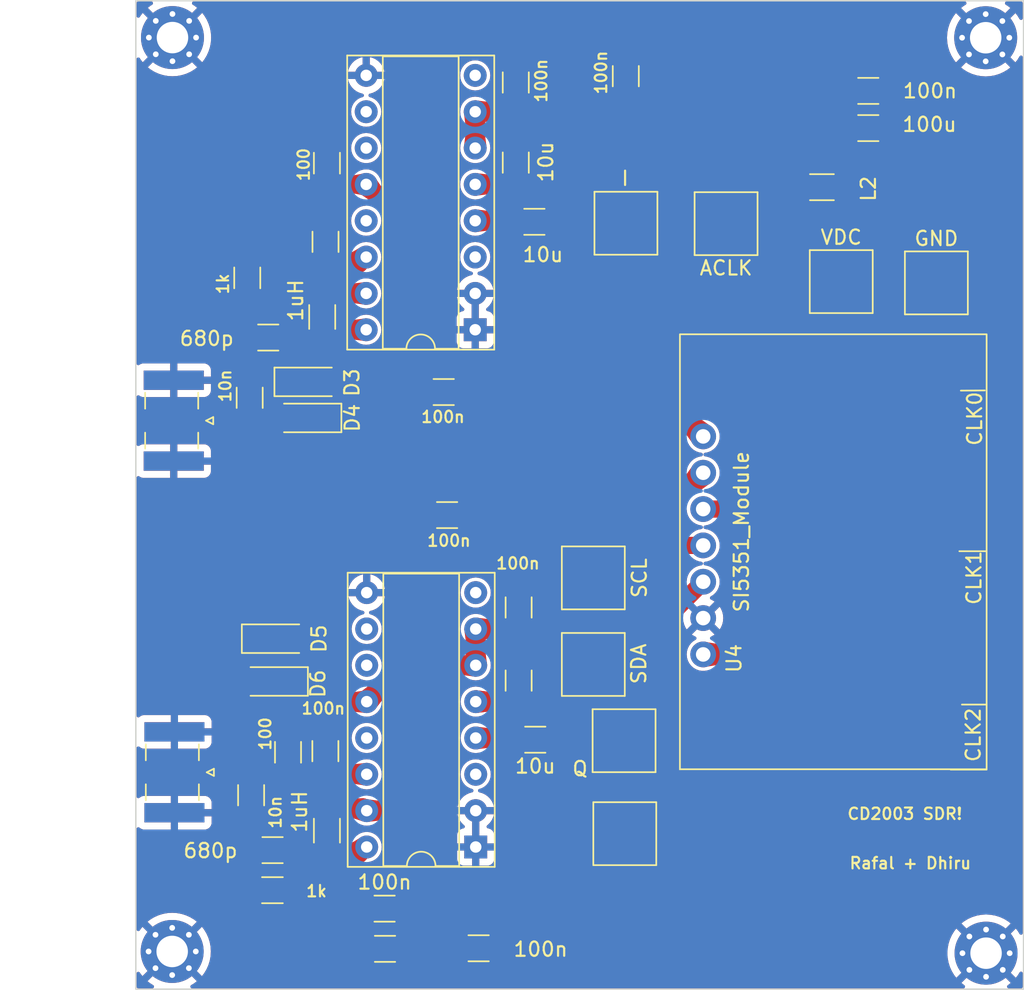
<source format=kicad_pcb>
(kicad_pcb (version 20221018) (generator pcbnew)
  (layers (0 "F.Cu" signal) (31 "B.Cu" signal) (34 "B.Paste" user) (35 "F.Paste" user) (36 "B.SilkS" user "B.Silkscreen") (37 "F.SilkS" user "F.Silkscreen") (38 "B.Mask" user) (39 "F.Mask" user) (44 "Edge.Cuts" user))
  (net 0 "")
  (net 1 "+5V")
  (net 2 "Net-(U1-FM{slash}AM_SW)")
  (net 3 "Net-(U1-AM_RF_IN)")
  (net 7 "GND")
  (net 9 "Net-(U1-AM_OSC)")
  (net 11 "Net-(C11-Pad1)")
  (net 12 "Net-(U2-AM_OSC)")
  (net 13 "Net-(U2-FM{slash}AM_SW)")
  (net 14 "5VCLEAN")
  (net 15 "Net-(U2-AM_RF_IN)")
  (net 16 "Net-(C13-Pad1)")
  (net 17 "Net-(U1-AGC)")
  (net 18 "Net-(U2-AGC)")
  (net 24 "CLK+90")
  (net 25 "I")
  (net 26 "Q")
  (net 27 "CLK")
  (net 28 "Net-(U1-AM_MIX)")
  (net 29 "Net-(U2-AM_MIX)")
  (net 30 "SDA")
  (net 31 "SCL")
  (net 32 "ACLK")
  (net 33 "Net-(D5-K)")
  (net 34 "Net-(D3-K)")
  (footprint "Diode_SMD:D_SOD-123" (layer "F.Cu") (at 54.8125 63.14)
    (fp_text reference "D5" (at 3.0375 0 90) (layer "F.SilkS"))
    (fp_text value "1N4148" hide)
    (pad "1" smd roundrect (at -1.65 0) (size 0.9 1.2) (layers "F.Cu" "F.Paste" "F.Mask") (net 33 "Net-(D5-K)"))
    (pad "2" smd roundrect (at 1.65 0) (size 0.9 1.2) (layers "F.Cu" "F.Paste" "F.Mask") (net 7 "GND"))
  )
  (footprint "Resistor_SMD:R_1206_3216Metric_Pad1.30x1.75mm_HandSolder" (layer "F.Cu") (at 54.59 80.72)
    (fp_text reference "R2" hide)
    (fp_text value "1k" (at 3.08 0.07) (layer "F.SilkS") (effects (font (size 0.8 0.8))))
    (pad "1" smd roundrect (at -1.55 0) (size 1.3 1.75) (layers "F.Cu" "F.Paste" "F.Mask") (roundrect_rratio 0.1923076923) (net 16 "Net-(C13-Pad1)"))
    (pad "2" smd roundrect (at 1.55 0) (size 1.3 1.75) (layers "F.Cu" "F.Paste" "F.Mask") (roundrect_rratio 0.1923076923) (net 7 "GND"))
  )
  (footprint "TestPoint:TestPoint_Pad_4.0x4.0mm" (layer "F.Cu") (at 77.02 58.89)
    (fp_text reference "SCL1" hide)
    (fp_text value "SCL" (at 3.22 0.01 90) (layer "F.SilkS"))
    (pad "1" smd rect (at 0 0) (size 4 4) (layers "F.Cu" "F.Mask") (net 31 "SCL"))
  )
  (footprint "Capacitor_SMD:C_1206_3216Metric_Pad1.33x1.80mm_HandSolder" (layer "F.Cu") (at 79.29 23.82 -90)
    (fp_text reference "C8" hide)
    (fp_text value "100n" (at -0.2525 1.73 90) (layer "F.SilkS") (effects (font (size 0.8 0.8))))
    (pad "1" smd roundrect (at -1.5625 0 270) (size 1.325 1.8) (layers "F.Cu" "F.Paste" "F.Mask") (roundrect_rratio 0.1886792453) (net 14 "5VCLEAN"))
    (pad "2" smd roundrect (at 1.5625 0 270) (size 1.325 1.8) (layers "F.Cu" "F.Paste" "F.Mask") (roundrect_rratio 0.1886792453) (net 7 "GND"))
  )
  (footprint "Capacitor_SMD:C_1206_3216Metric_Pad1.33x1.80mm_HandSolder" (layer "F.Cu") (at 58.3 35.4 -90)
    (fp_text reference "C10" hide)
    (fp_text value "100n" hide)
    (pad "1" smd roundrect (at -1.5625 0 270) (size 1.325 1.8) (layers "F.Cu" "F.Paste" "F.Mask") (roundrect_rratio 0.1886792453) (net 7 "GND"))
    (pad "2" smd roundrect (at 1.5625 0 270) (size 1.325 1.8) (layers "F.Cu" "F.Paste" "F.Mask") (roundrect_rratio 0.1886792453) (net 2 "Net-(U1-FM{slash}AM_SW)"))
  )
  (footprint "Connector_Coaxial:SMA_Samtec_SMA-J-P-X-ST-EM1_EdgeMount" (layer "F.Cu") (at 47.74 72.48 -90)
    (fp_text reference "J3" hide)
    (fp_text value "ANTENNA" hide)
    (pad "1" smd rect (at 0 0.2 270) (size 1.27 3.6) (layers "F.Cu" "F.Paste" "F.Mask") (net 33 "Net-(D5-K)"))
    (pad "2" smd rect (at -2.825 0 270) (size 1.35 4.2) (layers "F.Cu" "F.Paste" "F.Mask") (net 7 "GND"))
    (pad "2" smd rect (at -2.825 0 270) (size 1.35 4.2) (layers "B.Cu" "B.Paste" "B.Mask") (net 7 "GND"))
    (pad "2" smd rect (at 2.825 0 270) (size 1.35 4.2) (layers "F.Cu" "F.Paste" "F.Mask") (net 7 "GND"))
    (pad "2" smd rect (at 2.825 0 270) (size 1.35 4.2) (layers "B.Cu" "B.Paste" "B.Mask") (net 7 "GND"))
  )
  (footprint "Inductor_SMD:L_1206_3216Metric_Pad1.22x1.90mm_HandSolder" (layer "F.Cu") (at 58.07 40.6525 90)
    (fp_text reference "L1" hide)
    (fp_text value "1uH" (at 1.1625 -1.85 270) (layer "F.SilkS"))
    (pad "1" smd roundrect (at -1.6625 0 90) (size 1.225 1.9) (layers "F.Cu" "F.Paste" "F.Mask") (roundrect_rratio 0.2040816327) (net 3 "Net-(U1-AM_RF_IN)"))
    (pad "2" smd roundrect (at 1.6625 0 90) (size 1.225 1.9) (layers "F.Cu" "F.Paste" "F.Mask") (roundrect_rratio 0.2040816327) (net 14 "5VCLEAN"))
  )
  (footprint "Capacitor_SMD:C_1206_3216Metric_Pad1.33x1.80mm_HandSolder" (layer "F.Cu") (at 54.2975 42.09)
    (fp_text reference "C11" hide)
    (fp_text value "680p" (at -4.2975 0.07) (layer "F.SilkS"))
    (pad "1" smd roundrect (at -1.5625 0) (size 1.325 1.8) (layers "F.Cu" "F.Paste" "F.Mask") (roundrect_rratio 0.1886792453) (net 11 "Net-(C11-Pad1)"))
    (pad "2" smd roundrect (at 1.5625 0) (size 1.325 1.8) (layers "F.Cu" "F.Paste" "F.Mask") (roundrect_rratio 0.1886792453) (net 3 "Net-(U1-AM_RF_IN)"))
  )
  (footprint "Inductor_SMD:L_1206_3216Metric_Pad1.22x1.90mm_HandSolder" (layer "F.Cu") (at 58.4 76.5575 90)
    (fp_text reference "L3" hide)
    (fp_text value "1uH" (at 1.3275 -1.91 90) (layer "F.SilkS"))
    (pad "1" smd roundrect (at -1.6625 0 90) (size 1.225 1.9) (layers "F.Cu" "F.Paste" "F.Mask") (roundrect_rratio 0.2040816327) (net 15 "Net-(U2-AM_RF_IN)"))
    (pad "2" smd roundrect (at 1.6625 0 90) (size 1.225 1.9) (layers "F.Cu" "F.Paste" "F.Mask") (roundrect_rratio 0.2040816327) (net 14 "5VCLEAN"))
  )
  (footprint "Resistor_SMD:R_1206_3216Metric_Pad1.30x1.75mm_HandSolder" (layer "F.Cu") (at 58.4 29.9 90)
    (fp_text reference "R14" hide)
    (fp_text value "100" (at -0.1 -1.625 90) (layer "F.SilkS") (effects (font (size 0.8 0.8))))
    (pad "1" smd roundrect (at -1.55 0 90) (size 1.3 1.75) (layers "F.Cu" "F.Paste" "F.Mask") (roundrect_rratio 0.1923076923) (net 9 "Net-(U1-AM_OSC)"))
    (pad "2" smd roundrect (at 1.55 0 90) (size 1.3 1.75) (layers "F.Cu" "F.Paste" "F.Mask") (roundrect_rratio 0.1923076923) (net 14 "5VCLEAN"))
  )
  (footprint "Capacitor_SMD:C_1206_3216Metric_Pad1.33x1.80mm_HandSolder" (layer "F.Cu") (at 71.6 24.2625 90)
    (fp_text reference "C9" hide)
    (fp_text value "100n" (at 0.1225 1.78 90) (layer "F.SilkS") (effects (font (size 0.8 0.8))))
    (pad "1" smd roundrect (at -1.5625 0 90) (size 1.325 1.8) (layers "F.Cu" "F.Paste" "F.Mask") (roundrect_rratio 0.1886792453) (net 14 "5VCLEAN"))
    (pad "2" smd roundrect (at 1.5625 0 90) (size 1.325 1.8) (layers "F.Cu" "F.Paste" "F.Mask") (roundrect_rratio 0.1886792453) (net 7 "GND"))
  )
  (footprint "MountingHole:MountingHole_2.2mm_M2_Pad_Via" (layer "F.Cu") (at 104.473274 85.123274 180)
    (fp_text reference "H2" hide)
    (fp_text value "MountingHole_Pad" hide)
    (pad "1" thru_hole circle (at -1.65 0 180) (size 0.7 0.7) (drill 0.4) (layers "*.Cu" "*.Mask") (net 7 "GND"))
    (pad "1" thru_hole circle (at -1.166726 -1.166726 180) (size 0.7 0.7) (drill 0.4) (layers "*.Cu" "*.Mask") (net 7 "GND"))
    (pad "1" thru_hole circle (at -1.166726 1.166726 180) (size 0.7 0.7) (drill 0.4) (layers "*.Cu" "*.Mask") (net 7 "GND"))
    (pad "1" thru_hole circle (at 0 -1.65 180) (size 0.7 0.7) (drill 0.4) (layers "*.Cu" "*.Mask") (net 7 "GND"))
    (pad "1" thru_hole circle (at 0 0 180) (size 4.4 4.4) (drill 2.2) (layers "*.Cu" "*.Mask") (net 7 "GND"))
    (pad "1" thru_hole circle (at 0 1.65 180) (size 0.7 0.7) (drill 0.4) (layers "*.Cu" "*.Mask") (net 7 "GND"))
    (pad "1" thru_hole circle (at 1.166726 -1.166726 180) (size 0.7 0.7) (drill 0.4) (layers "*.Cu" "*.Mask") (net 7 "GND"))
    (pad "1" thru_hole circle (at 1.166726 1.166726 180) (size 0.7 0.7) (drill 0.4) (layers "*.Cu" "*.Mask") (net 7 "GND"))
    (pad "1" thru_hole circle (at 1.65 0 180) (size 0.7 0.7) (drill 0.4) (layers "*.Cu" "*.Mask") (net 7 "GND"))
  )
  (footprint "MountingHole:MountingHole_2.2mm_M2_Pad_Via" (layer "F.Cu") (at 47.583274 85.003274)
    (fp_text reference "H4" hide)
    (fp_text value "MountingHole_Pad" hide)
    (pad "1" thru_hole circle (at -1.65 0) (size 0.7 0.7) (drill 0.4) (layers "*.Cu" "*.Mask") (net 7 "GND"))
    (pad "1" thru_hole circle (at -1.166726 -1.166726) (size 0.7 0.7) (drill 0.4) (layers "*.Cu" "*.Mask") (net 7 "GND"))
    (pad "1" thru_hole circle (at -1.166726 1.166726) (size 0.7 0.7) (drill 0.4) (layers "*.Cu" "*.Mask") (net 7 "GND"))
    (pad "1" thru_hole circle (at 0 -1.65) (size 0.7 0.7) (drill 0.4) (layers "*.Cu" "*.Mask") (net 7 "GND"))
    (pad "1" thru_hole circle (at 0 0) (size 4.4 4.4) (drill 2.2) (layers "*.Cu" "*.Mask") (net 7 "GND"))
    (pad "1" thru_hole circle (at 0 1.65) (size 0.7 0.7) (drill 0.4) (layers "*.Cu" "*.Mask") (net 7 "GND"))
    (pad "1" thru_hole circle (at 1.166726 -1.166726) (size 0.7 0.7) (drill 0.4) (layers "*.Cu" "*.Mask") (net 7 "GND"))
    (pad "1" thru_hole circle (at 1.166726 1.166726) (size 0.7 0.7) (drill 0.4) (layers "*.Cu" "*.Mask") (net 7 "GND"))
    (pad "1" thru_hole circle (at 1.65 0) (size 0.7 0.7) (drill 0.4) (layers "*.Cu" "*.Mask") (net 7 "GND"))
  )
  (footprint "TestPoint:TestPoint_Pad_4.0x4.0mm" (layer "F.Cu") (at 86.3 34.13)
    (fp_text reference "ACLK1" hide)
    (fp_text value "ACLK" (at 0 3.1) (layer "F.SilkS"))
    (pad "1" smd rect (at 0 0) (size 4 4) (layers "F.Cu" "F.Mask") (net 32 "ACLK"))
  )
  (footprint "MountingHole:MountingHole_2.2mm_M2_Pad_Via" (layer "F.Cu") (at 47.603274 21.123274 180)
    (fp_text reference "H1" hide)
    (fp_text value "MountingHole_Pad" hide)
    (pad "1" thru_hole circle (at -1.65 0 180) (size 0.7 0.7) (drill 0.4) (layers "*.Cu" "*.Mask") (net 7 "GND"))
    (pad "1" thru_hole circle (at -1.166726 -1.166726 180) (size 0.7 0.7) (drill 0.4) (layers "*.Cu" "*.Mask") (net 7 "GND"))
    (pad "1" thru_hole circle (at -1.166726 1.166726 180) (size 0.7 0.7) (drill 0.4) (layers "*.Cu" "*.Mask") (net 7 "GND"))
    (pad "1" thru_hole circle (at 0 -1.65 180) (size 0.7 0.7) (drill 0.4) (layers "*.Cu" "*.Mask") (net 7 "GND"))
    (pad "1" thru_hole circle (at 0 0 180) (size 4.4 4.4) (drill 2.2) (layers "*.Cu" "*.Mask") (net 7 "GND"))
    (pad "1" thru_hole circle (at 0 1.65 180) (size 0.7 0.7) (drill 0.4) (layers "*.Cu" "*.Mask") (net 7 "GND"))
    (pad "1" thru_hole circle (at 1.166726 -1.166726 180) (size 0.7 0.7) (drill 0.4) (layers "*.Cu" "*.Mask") (net 7 "GND"))
    (pad "1" thru_hole circle (at 1.166726 1.166726 180) (size 0.7 0.7) (drill 0.4) (layers "*.Cu" "*.Mask") (net 7 "GND"))
    (pad "1" thru_hole circle (at 1.65 0 180) (size 0.7 0.7) (drill 0.4) (layers "*.Cu" "*.Mask") (net 7 "GND"))
  )
  (footprint "Diode_SMD:D_SOD-123" (layer "F.Cu") (at 57.05 47.71 180)
    (fp_text reference "D4" (at -3.125 0 90) (layer "F.SilkS"))
    (fp_text value "1N4148" hide)
    (pad "1" smd roundrect (at -1.65 0 180) (size 0.9 1.2) (layers "F.Cu" "F.Paste" "F.Mask") (net 7 "GND"))
    (pad "2" smd roundrect (at 1.65 0 180) (size 0.9 1.2) (layers "F.Cu" "F.Paste" "F.Mask") (net 34 "Net-(D3-K)"))
  )
  (footprint "Capacitor_SMD:C_1206_3216Metric_Pad1.33x1.80mm_HandSolder" (layer "F.Cu") (at 69.0025 84.78)
    (fp_text reference "C7" hide)
    (fp_text value "100n" (at 4.3375 0.07) (layer "F.SilkS"))
    (pad "1" smd roundrect (at -1.5625 0) (size 1.325 1.8) (layers "F.Cu" "F.Paste" "F.Mask") (roundrect_rratio 0.188679) (net 14 "5VCLEAN"))
    (pad "2" smd roundrect (at 1.5625 0) (size 1.325 1.8) (layers "F.Cu" "F.Paste" "F.Mask") (roundrect_rratio 0.188679) (net 7 "GND"))
  )
  (footprint "Capacitor_SMD:C_1206_3216Metric_Pad1.33x1.80mm_HandSolder" (layer "F.Cu") (at 72.9 34)
    (fp_text reference "C2" hide)
    (fp_text value "10u" (at 0.6 2.3) (layer "F.SilkS"))
    (pad "1" smd roundrect (at -1.5625 0) (size 1.325 1.8) (layers "F.Cu" "F.Paste" "F.Mask") (roundrect_rratio 0.188679) (net 28 "Net-(U1-AM_MIX)"))
    (pad "2" smd roundrect (at 1.5625 0) (size 1.325 1.8) (layers "F.Cu" "F.Paste" "F.Mask") (roundrect_rratio 0.188679) (net 25 "I"))
  )
  (footprint "footprints:SI5351 Module" (layer "F.Cu") (at 89.6784 72.2664 90)
    (fp_text reference "U4" (at 7.75 -2.82 90) (layer "F.SilkS"))
    (fp_text value "SI5351_Module" (at 16.6 -2.3 90) (layer "F.SilkS"))
    (fp_text user "CLK0" (at 24.5 14 90) (layer "F.SilkS"))
    (fp_text user "CLK2" (at 2.4 13.9 90) (layer "F.SilkS"))
    (fp_text user "CLK1" (at 13.38 13.95 90) (layer "F.SilkS"))
    (pad "1" thru_hole circle (at 8.0264 -4.9784 90) (size 1.8 1.8) (drill 1.016) (layers "*.Cu" "*.Mask") (net 14 "5VCLEAN"))
    (pad "2" thru_hole circle (at 10.5664 -4.9784 90) (size 1.8 1.8) (drill 1.016) (layers "*.Cu" "*.Mask") (net 7 "GND"))
    (pad "3" thru_hole circle (at 13.1064 -4.9784 90) (size 1.8 1.8) (drill 1.016) (layers "*.Cu" "*.Mask") (net 30 "SDA"))
    (pad "4" thru_hole circle (at 15.6464 -4.9784 90) (size 1.8 1.8) (drill 1.016) (layers "*.Cu" "*.Mask") (net 31 "SCL"))
    (pad "5" thru_hole circle (at 18.1864 -4.9784 90) (size 1.8 1.8) (drill 1.016) (layers "*.Cu" "*.Mask") (net 32 "ACLK"))
    (pad "6" thru_hole circle (at 20.7264 -4.9784 90) (size 1.8 1.8) (drill 1.016) (layers "*.Cu" "*.Mask") (net 24 "CLK+90"))
    (pad "7" thru_hole circle (at 23.2664 -4.9784 90) (size 1.8 1.8) (drill 1.016) (layers "*.Cu" "*.Mask") (net 27 "CLK"))
  )
  (footprint "TestPoint:TestPoint_Pad_4.0x4.0mm" (layer "F.Cu") (at 79.3 34.1)
    (fp_text reference "I1" hide)
    (fp_text value "I" (at -0.06 -3.13) (layer "F.SilkS"))
    (pad "1" smd rect (at 0 0) (size 4 4) (layers "F.Cu" "F.Mask") (net 25 "I"))
  )
  (footprint "Capacitor_SMD:C_1206_3216Metric_Pad1.33x1.80mm_HandSolder" (layer "F.Cu") (at 66.8 54.5)
    (fp_text reference "C1" hide)
    (fp_text value "100n" (at 0.13 1.79) (layer "F.SilkS") (effects (font (size 0.8 0.8))))
    (pad "1" smd roundrect (at -1.5625 0) (size 1.325 1.8) (layers "F.Cu" "F.Paste" "F.Mask") (roundrect_rratio 0.1886792453) (net 12 "Net-(U2-AM_OSC)"))
    (pad "2" smd roundrect (at 1.5625 0) (size 1.325 1.8) (layers "F.Cu" "F.Paste" "F.Mask") (roundrect_rratio 0.1886792453) (net 24 "CLK+90"))
  )
  (footprint "Capacitor_SMD:C_1206_3216Metric_Pad1.33x1.80mm_HandSolder" (layer "F.Cu") (at 53 46.3 -90)
    (fp_text reference "C17" hide)
    (fp_text value "10n" (at -0.83 1.705 90) (layer "F.SilkS") (effects (font (size 0.8 0.8))))
    (pad "1" smd roundrect (at -1.5625 0 270) (size 1.325 1.8) (layers "F.Cu" "F.Paste" "F.Mask") (roundrect_rratio 0.1886792453) (net 11 "Net-(C11-Pad1)"))
    (pad "2" smd roundrect (at 1.5625 0 270) (size 1.325 1.8) (layers "F.Cu" "F.Paste" "F.Mask") (roundrect_rratio 0.1886792453) (net 34 "Net-(D3-K)"))
  )
  (footprint "Capacitor_SMD:C_1206_3216Metric_Pad1.33x1.80mm_HandSolder" (layer "F.Cu") (at 54.6 77.92)
    (fp_text reference "C13" hide)
    (fp_text value "680p" (at -4.34 0.04) (layer "F.SilkS"))
    (pad "1" smd roundrect (at -1.5625 0) (size 1.325 1.8) (layers "F.Cu" "F.Paste" "F.Mask") (roundrect_rratio 0.1886792453) (net 16 "Net-(C13-Pad1)"))
    (pad "2" smd roundrect (at 1.5625 0) (size 1.325 1.8) (layers "F.Cu" "F.Paste" "F.Mask") (roundrect_rratio 0.1886792453) (net 15 "Net-(U2-AM_RF_IN)"))
  )
  (footprint "Capacitor_SMD:C_1206_3216Metric_Pad1.33x1.80mm_HandSolder" (layer "F.Cu") (at 66.5625 45.9)
    (fp_text reference "C21" hide)
    (fp_text value "100n" (at -0.05 1.74) (layer "F.SilkS") (effects (font (size 0.8 0.8))))
    (pad "1" smd roundrect (at -1.5625 0) (size 1.325 1.8) (layers "F.Cu" "F.Paste" "F.Mask") (roundrect_rratio 0.1886792453) (net 9 "Net-(U1-AM_OSC)"))
    (pad "2" smd roundrect (at 1.5625 0) (size 1.325 1.8) (layers "F.Cu" "F.Paste" "F.Mask") (roundrect_rratio 0.1886792453) (net 27 "CLK"))
  )
  (footprint "Capacitor_SMD:C_1206_3216Metric_Pad1.33x1.80mm_HandSolder" (layer "F.Cu") (at 71.6 29.8625 90)
    (fp_text reference "C16" hide)
    (fp_text value " 10u" (at -0.3375 2.1 90) (layer "F.SilkS"))
    (pad "1" smd roundrect (at -1.5625 0 90) (size 1.325 1.8) (layers "F.Cu" "F.Paste" "F.Mask") (roundrect_rratio 0.188679) (net 17 "Net-(U1-AGC)"))
    (pad "2" smd roundrect (at 1.5625 0 90) (size 1.325 1.8) (layers "F.Cu" "F.Paste" "F.Mask") (roundrect_rratio 0.188679) (net 7 "GND"))
  )
  (footprint "Capacitor_SMD:C_1206_3216Metric_Pad1.33x1.80mm_HandSolder" (layer "F.Cu") (at 71.8 66.07 90)
    (fp_text reference "C15" hide)
    (fp_text value " 10u")
    (pad "1" smd roundrect (at -1.5625 0 90) (size 1.325 1.8) (layers "F.Cu" "F.Paste" "F.Mask") (roundrect_rratio 0.188679) (net 18 "Net-(U2-AGC)"))
    (pad "2" smd roundrect (at 1.5625 0 90) (size 1.325 1.8) (layers "F.Cu" "F.Paste" "F.Mask") (roundrect_rratio 0.188679) (net 7 "GND"))
  )
  (footprint "Resistor_SMD:R_1206_3216Metric_Pad1.30x1.75mm_HandSolder" (layer "F.Cu") (at 52.83 37.92 90)
    (fp_text reference "R13" hide)
    (fp_text value "1k" (at -0.42 -1.7 90) (layer "F.SilkS") (effects (font (size 0.8 0.8))))
    (pad "1" smd roundrect (at -1.55 0 90) (size 1.3 1.75) (layers "F.Cu" "F.Paste" "F.Mask") (roundrect_rratio 0.1923076923) (net 11 "Net-(C11-Pad1)"))
    (pad "2" smd roundrect (at 1.55 0 90) (size 1.3 1.75) (layers "F.Cu" "F.Paste" "F.Mask") (roundrect_rratio 0.1923076923) (net 7 "GND"))
  )
  (footprint "Capacitor_SMD:C_1206_3216Metric_Pad1.33x1.80mm_HandSolder" (layer "F.Cu") (at 96.24 27.45)
    (fp_text reference "C6" hide)
    (fp_text value "100u" (at 4.2795 -0.254) (layer "F.SilkS"))
    (pad "1" smd roundrect (at -1.5625 0) (size 1.325 1.8) (layers "F.Cu" "F.Paste" "F.Mask") (roundrect_rratio 0.188679) (net 1 "+5V"))
    (pad "2" smd roundrect (at 1.5625 0) (size 1.325 1.8) (layers "F.Cu" "F.Paste" "F.Mask") (roundrect_rratio 0.188679) (net 7 "GND"))
  )
  (footprint "Resistor_SMD:R_1206_3216Metric_Pad1.30x1.75mm_HandSolder" (layer "F.Cu") (at 55.68 71.08 -90)
    (fp_text reference "R1" hide)
    (fp_text value "100" (at -1.29 1.59 90) (layer "F.SilkS") (effects (font (size 0.8 0.8))))
    (pad "1" smd roundrect (at -1.55 0 270) (size 1.3 1.75) (layers "F.Cu" "F.Paste" "F.Mask") (roundrect_rratio 0.1923076923) (net 12 "Net-(U2-AM_OSC)"))
    (pad "2" smd roundrect (at 1.55 0 270) (size 1.3 1.75) (layers "F.Cu" "F.Paste" "F.Mask") (roundrect_rratio 0.1923076923) (net 14 "5VCLEAN"))
  )
  (footprint "TestPoint:TestPoint_Pad_4.0x4.0mm" (layer "F.Cu") (at 101 38.27 180)
    (fp_text reference "PI2" hide)
    (fp_text value "GND" (at 0 3.1) (layer "F.SilkS"))
    (pad "1" smd rect (at 0 0 180) (size 4 4) (layers "F.Cu" "F.Mask") (net 7 "GND"))
  )
  (footprint "Package_DIP:DIP-16_W7.62mm_Socket" (layer "F.Cu") (at 68.8 77.7 180)
    (fp_text reference "U2" hide)
    (fp_text value "CD2003GB_GP" hide)
    (pad "1" thru_hole rect (at 0 0 180) (size 1.6 1.6) (drill 0.8) (layers "*.Cu" "*.Mask") (net 7 "GND"))
    (pad "2" thru_hole oval (at 0 2.54 180) (size 1.6 1.6) (drill 0.8) (layers "*.Cu" "*.Mask") (net 7 "GND"))
    (pad "3" thru_hole oval (at 0 5.08 180) (size 1.6 1.6) (drill 0.8) (layers "*.Cu" "*.Mask"))
    (pad "4" thru_hole oval (at 0 7.62 180) (size 1.6 1.6) (drill 0.8) (layers "*.Cu" "*.Mask") (net 29 "Net-(U2-AM_MIX)"))
    (pad "5" thru_hole oval (at 0 10.16 180) (size 1.6 1.6) (drill 0.8) (layers "*.Cu" "*.Mask") (net 18 "Net-(U2-AGC)"))
    (pad "6" thru_hole oval (at 0 12.7 180) (size 1.6 1.6) (drill 0.8) (layers "*.Cu" "*.Mask") (net 14 "5VCLEAN"))
    (pad "7" thru_hole oval (at 0 15.24 180) (size 1.6 1.6) (drill 0.8) (layers "*.Cu" "*.Mask") (net 14 "5VCLEAN"))
    (pad "8" thru_hole oval (at 0 17.78 180) (size 1.6 1.6) (drill 0.8) (layers "*.Cu" "*.Mask"))
    (pad "9" thru_hole oval (at 7.62 17.78 180) (size 1.6 1.6) (drill 0.8) (layers "*.Cu" "*.Mask") (net 7 "GND"))
    (pad "10" thru_hole oval (at 7.62 15.24 180) (size 1.6 1.6) (drill 0.8) (layers "*.Cu" "*.Mask"))
    (pad "11" thru_hole oval (at 7.62 12.7 180) (size 1.6 1.6) (drill 0.8) (layers "*.Cu" "*.Mask"))
    (pad "12" thru_hole oval (at 7.62 10.16 180) (size 1.6 1.6) (drill 0.8) (layers "*.Cu" "*.Mask") (net 12 "Net-(U2-AM_OSC)"))
    (pad "13" thru_hole oval (at 7.62 7.62 180) (size 1.6 1.6) (drill 0.8) (layers "*.Cu" "*.Mask"))
    (pad "14" thru_hole oval (at 7.62 5.08 180) (size 1.6 1.6) (drill 0.8) (layers "*.Cu" "*.Mask") (net 13 "Net-(U2-FM{slash}AM_SW)"))
    (pad "15" thru_hole oval (at 7.62 2.54 180) (size 1.6 1.6) (drill 0.8) (layers "*.Cu" "*.Mask") (net 14 "5VCLEAN"))
    (pad "16" thru_hole oval (at 7.62 0 180) (size 1.6 1.6) (drill 0.8) (layers "*.Cu" "*.Mask") (net 15 "Net-(U2-AM_RF_IN)"))
  )
  (footprint "MountingHole:MountingHole_2.2mm_M2_Pad_Via" (layer "F.Cu") (at 104.446726 21.133274)
    (fp_text reference "H3" hide)
    (fp_text value "MountingHole_Pad" hide)
    (pad "1" thru_hole circle (at -1.65 0) (size 0.7 0.7) (drill 0.4) (layers "*.Cu" "*.Mask") (net 7 "GND"))
    (pad "1" thru_hole circle (at -1.166726 -1.166726) (size 0.7 0.7) (drill 0.4) (layers "*.Cu" "*.Mask") (net 7 "GND"))
    (pad "1" thru_hole circle (at -1.166726 1.166726) (size 0.7 0.7) (drill 0.4) (layers "*.Cu" "*.Mask") (net 7 "GND"))
    (pad "1" thru_hole circle (at 0 -1.65) (size 0.7 0.7) (drill 0.4) (layers "*.Cu" "*.Mask") (net 7 "GND"))
    (pad "1" thru_hole circle (at 0 0) (size 4.4 4.4) (drill 2.2) (layers "*.Cu" "*.Mask") (net 7 "GND"))
    (pad "1" thru_hole circle (at 0 1.65) (size 0.7 0.7) (drill 0.4) (layers "*.Cu" "*.Mask") (net 7 "GND"))
    (pad "1" thru_hole circle (at 1.166726 -1.166726) (size 0.7 0.7) (drill 0.4) (layers "*.Cu" "*.Mask") (net 7 "GND"))
    (pad "1" thru_hole circle (at 1.166726 1.166726) (size 0.7 0.7) (drill 0.4) (layers "*.Cu" "*.Mask") (net 7 "GND"))
    (pad "1" thru_hole circle (at 1.65 0) (size 0.7 0.7) (drill 0.4) (layers "*.Cu" "*.Mask") (net 7 "GND"))
  )
  (footprint "Capacitor_SMD:C_1206_3216Metric_Pad1.33x1.80mm_HandSolder" (layer "F.Cu") (at 71.8 60.9575 90)
    (fp_text reference "C18" hide)
    (fp_text value "100n" (at 3.0785 -0.048) (layer "F.SilkS") (effects (font (size 0.8 0.8))))
    (pad "1" smd roundrect (at -1.5625 0 90) (size 1.325 1.8) (layers "F.Cu" "F.Paste" "F.Mask") (roundrect_rratio 0.1886792453) (net 14 "5VCLEAN"))
    (pad "2" smd roundrect (at 1.5625 0 90) (size 1.325 1.8) (layers "F.Cu" "F.Paste" "F.Mask") (roundrect_rratio 0.1886792453) (net 7 "GND"))
  )
  (footprint "Capacitor_SMD:C_1206_3216Metric_Pad1.33x1.80mm_HandSolder" (layer "F.Cu") (at 62.46 84.82 180)
    (fp_text reference "C3" hide)
    (fp_text value "10u" hide)
    (pad "1" smd roundrect (at -1.5625 0 180) (size 1.325 1.8) (layers "F.Cu" "F.Paste" "F.Mask") (roundrect_rratio 0.188679) (net 14 "5VCLEAN"))
    (pad "2" smd roundrect (at 1.5625 0 180) (size 1.325 1.8) (layers "F.Cu" "F.Paste" "F.Mask") (roundrect_rratio 0.188679) (net 7 "GND"))
  )
  (footprint "Diode_SMD:D_SOD-123" (layer "F.Cu") (at 57.09 45.19)
    (fp_text reference "D3" (at 3.06 0.05 90) (layer "F.SilkS"))
    (fp_text value "1N4148" hide)
    (pad "1" smd roundrect (at -1.65 0) (size 0.9 1.2) (layers "F.Cu" "F.Paste" "F.Mask") (net 34 "Net-(D3-K)"))
    (pad "2" smd roundrect (at 1.65 0) (size 0.9 1.2) (layers "F.Cu" "F.Paste" "F.Mask") (net 7 "GND"))
  )
  (footprint "Inductor_SMD:L_1206_3216Metric_Pad1.22x1.90mm_HandSolder" (layer "F.Cu") (at 93 31.58 180)
    (fp_text reference "L2" (at -3.25 -0.11 90) (layer "F.SilkS"))
    (fp_text value "100uH")
    (pad "1" smd roundrect (at -1.6625 0 180) (size 1.225 1.9) (layers "F.Cu" "F.Paste" "F.Mask") (roundrect_rratio 0.204082) (net 1 "+5V"))
    (pad "2" smd roundrect (at 1.6625 0 180) (size 1.225 1.9) (layers "F.Cu" "F.Paste" "F.Mask") (roundrect_rratio 0.204082) (net 14 "5VCLEAN"))
  )
  (footprint "Capacitor_SMD:C_1206_3216Metric_Pad1.33x1.80mm_HandSolder" (layer "F.Cu") (at 72.9625 70.2)
    (fp_text reference "C19" hide)
    (fp_text value "10u" (at 0 1.85) (layer "F.SilkS"))
    (pad "1" smd roundrect (at -1.5625 0) (size 1.325 1.8) (layers "F.Cu" "F.Paste" "F.Mask") (roundrect_rratio 0.188679) (net 29 "Net-(U2-AM_MIX)"))
    (pad "2" smd roundrect (at 1.5625 0) (size 1.325 1.8) (layers "F.Cu" "F.Paste" "F.Mask") (roundrect_rratio 0.188679) (net 26 "Q"))
  )
  (footprint "TestPoint:TestPoint_Pad_4.0x4.0mm" (layer "F.Cu") (at 77.02 64.94)
    (fp_text reference "SDA1" hide)
    (fp_text value "SDA" (at 3.18 -0.04 90) (layer "F.SilkS"))
    (pad "1" smd rect (at 0 0) (size 4 4) (layers "F.Cu" "F.Mask") (net 30 "SDA"))
  )
  (footprint "TestPoint:TestPoint_Pad_4.0x4.0mm" (layer "F.Cu") (at 94.35 38.18 180)
    (fp_text reference "PI1" hide)
    (fp_text value "VDC" (at 0 3.1) (layer "F.SilkS"))
    (pad "1" smd rect (at 0 0 180) (size 4 4) (layers "F.Cu" "F.Mask") (net 1 "+5V"))
  )
  (footprint "Capacitor_SMD:C_1206_3216Metric_Pad1.33x1.80mm_HandSolder" (layer "F.Cu") (at 53.1 74.0825 90)
    (fp_text reference "C14" hide)
    (fp_text value "10n" (at -1.19 1.705 90) (layer "F.SilkS") (effects (font (size 0.8 0.8))))
    (pad "1" smd roundrect (at -1.5625 0 90) (size 1.325 1.8) (layers "F.Cu" "F.Paste" "F.Mask") (roundrect_rratio 0.1886792453) (net 16 "Net-(C13-Pad1)"))
    (pad "2" smd roundrect (at 1.5625 0 90) (size 1.325 1.8) (layers "F.Cu" "F.Paste" "F.Mask") (roundrect_rratio 0.1886792453) (net 33 "Net-(D5-K)"))
  )
  (footprint "Diode_SMD:D_SOD-123" (layer "F.Cu") (at 54.71 66.13 180)
    (fp_text reference "D6" (at -3.06 -0.16 90) (layer "F.SilkS"))
    (fp_text value "1N4148" hide)
    (pad "1" smd roundrect (at -1.65 0 180) (size 0.9 1.2) (layers "F.Cu" "F.Paste" "F.Mask") (net 7 "GND"))
    (pad "2" smd roundrect (at 1.65 0 180) (size 0.9 1.2) (layers "F.Cu" "F.Paste" "F.Mask") (net 33 "Net-(D5-K)"))
  )
  (footprint "TestPoint:TestPoint_Pad_4.0x4.0mm" (layer "F.Cu") (at 79.22 76.77)
    (fp_text reference "GND1" hide)
    (fp_text value "GND")
    (pad "1" smd rect (at 0 0) (size 4 4) (layers "F.Cu" "F.Mask") (net 7 "GND"))
  )
  (footprint "Connector_Coaxial:SMA_Samtec_SMA-J-P-X-ST-EM1_EdgeMount" (layer "F.Cu") (at 47.6925 47.9 -90)
    (fp_text reference "J2" hide)
    (fp_text value "ANTENNA" hide)
    (pad "1" smd rect (at 0 0.2 270) (size 1.27 3.6) (layers "F.Cu" "F.Paste" "F.Mask") (net 34 "Net-(D3-K)"))
    (pad "2" smd rect (at -2.825 0 270) (size 1.35 4.2) (layers "F.Cu" "F.Paste" "F.Mask") (net 7 "GND"))
    (pad "2" smd rect (at -2.825 0 270) (size 1.35 4.2) (layers "B.Cu" "B.Paste" "B.Mask") (net 7 "GND"))
    (pad "2" smd rect (at 2.825 0 270) (size 1.35 4.2) (layers "F.Cu" "F.Paste" "F.Mask") (net 7 "GND"))
    (pad "2" smd rect (at 2.825 0 270) (size 1.35 4.2) (layers "B.Cu" "B.Paste" "B.Mask") (net 7 "GND"))
  )
  (footprint "Capacitor_SMD:C_1206_3216Metric_Pad1.33x1.80mm_HandSolder" (layer "F.Cu") (at 62.43 82.01 180)
    (fp_text reference "C4" hide)
    (fp_text value "100n" (at 0 1.85) (layer "F.SilkS"))
    (pad "1" smd roundrect (at -1.5625 0 180) (size 1.325 1.8) (layers "F.Cu" "F.Paste" "F.Mask") (roundrect_rratio 0.188679) (net 14 "5VCLEAN"))
    (pad "2" smd roundrect (at 1.5625 0 180) (size 1.325 1.8) (layers "F.Cu" "F.Paste" "F.Mask") (roundrect_rratio 0.188679) (net 7 "GND"))
  )
  (footprint "Capacitor_SMD:C_1206_3216Metric_Pad1.33x1.80mm_HandSolder" (layer "F.Cu") (at 96.24 24.85)
    (fp_text reference "C5" hide)
    (fp_text value "100n" (at 4.318 0) (layer "F.SilkS"))
    (pad "1" smd roundrect (at -1.5625 0) (size 1.325 1.8) (layers "F.Cu" "F.Paste" "F.Mask") (roundrect_rratio 0.188679) (net 1 "+5V"))
    (pad "2" smd roundrect (at 1.5625 0) (size 1.325 1.8) (layers "F.Cu" "F.Paste" "F.Mask") (roundrect_rratio 0.188679) (net 7 "GND"))
  )
  (footprint "Package_DIP:DIP-16_W7.62mm_Socket" (layer "F.Cu") (at 68.765 41.545 180)
    (fp_text reference "U1" hide)
    (fp_text value "CD2003GB_GP" hide)
    (pad "1" thru_hole rect (at 0 0 180) (size 1.6 1.6) (drill 0.8) (layers "*.Cu" "*.Mask") (net 7 "GND"))
    (pad "2" thru_hole oval (at 0 2.54 180) (size 1.6 1.6) (drill 0.8) (layers "*.Cu" "*.Mask") (net 7 "GND"))
    (pad "3" thru_hole oval (at 0 5.08 180) (size 1.6 1.6) (drill 0.8) (layers "*.Cu" "*.Mask"))
    (pad "4" thru_hole oval (at 0 7.62 180) (size 1.6 1.6) (drill 0.8) (layers "*.Cu" "*.Mask") (net 28 "Net-(U1-AM_MIX)"))
    (pad "5" thru_hole oval (at 0 10.16 180) (size 1.6 1.6) (drill 0.8) (layers "*.Cu" "*.Mask") (net 17 "Net-(U1-AGC)"))
    (pad "6" thru_hole oval (at 0 12.7 180) (size 1.6 1.6) (drill 0.8) (layers "*.Cu" "*.Mask") (net 14 "5VCLEAN"))
    (pad "7" thru_hole oval (at 0 15.24 180) (size 1.6 1.6) (drill 0.8) (layers "*.Cu" "*.Mask") (net 14 "5VCLEAN"))
    (pad "8" thru_hole oval (at 0 17.78 180) (size 1.6 1.6) (drill 0.8) (layers "*.Cu" "*.Mask"))
    (pad "9" thru_hole oval (at 7.62 17.78 180) (size 1.6 1.6) (drill 0.8) (layers "*.Cu" "*.Mask") (net 7 "GND"))
    (pad "10" thru_hole oval (at 7.62 15.24 180) (size 1.6 1.6) (drill 0.8) (layers "*.Cu" "*.Mask"))
    (pad "11" thru_hole oval (at 7.62 12.7 180) (size 1.6 1.6) (drill 0.8) (layers "*.Cu" "*.Mask"))
    (pad "12" thru_hole oval (at 7.62 10.16 180) (size 1.6 1.6) (drill 0.8) (layers "*.Cu" "*.Mask") (net 9 "Net-(U1-AM_OSC)"))
    (pad "13" thru_hole oval (at 7.62 7.62 180) (size 1.6 1.6) (drill 0.8) (layers "*.Cu" "*.Mask"))
    (pad "14" thru_hole oval (at 7.62 5.08 180) (size 1.6 1.6) (drill 0.8) (layers "*.Cu" "*.Mask") (net 2 "Net-(U1-FM{slash}AM_SW)"))
    (pad "15" thru_hole oval (at 7.62 2.54 180) (size 1.6 1.6) (drill 0.8) (layers "*.Cu" "*.Mask") (net 14 "5VCLEAN"))
    (pad "16" thru_hole oval (at 7.62 0 180) (size 1.6 1.6) (drill 0.8) (layers "*.Cu" "*.Mask") (net 3 "Net-(U1-AM_RF_IN)"))
  )
  (footprint "Capacitor_SMD:C_1206_3216Metric_Pad1.33x1.80mm_HandSolder" (layer "F.Cu") (at 58.29 71 -90)
    (fp_text reference "C12" hide)
    (fp_text value "100n" (at -2.982 0.142) (layer "F.SilkS") (effects (font (size 0.8 0.8))))
    (pad "1" smd roundrect (at -1.5625 0 270) (size 1.325 1.8) (layers "F.Cu" "F.Paste" "F.Mask") (roundrect_rratio 0.1886792453) (net 7 "GND"))
    (pad "2" smd roundrect (at 1.5625 0 270) (size 1.325 1.8) (layers "F.Cu" "F.Paste" "F.Mask") (roundrect_rratio 0.1886792453) (net 13 "Net-(U2-FM{slash}AM_SW)"))
  )
  (footprint "TestPoint:TestPoint_Pad_4.0x4.0mm" (layer "F.Cu") (at 79.17 70.27)
    (fp_text reference "Q1" hide)
    (fp_text value "Q" (at -3.08 1.96) (layer "F.SilkS"))
    (pad "1" smd rect (at 0 0) (size 4 4) (layers "F.Cu" "F.Mask") (net 26 "Q"))
  )
  (gr_rect (start 45.042 18.546) (end 107.094 87.636) (stroke (width 0.1)) (fill none) (layer "Edge.Cuts"))
  (gr_text "CD2003 SDR!" (at 94.7 75.85) (layer "F.SilkS") (effects (font (size 0.8 0.8)) (justify left bottom)))
  (gr_text "Rafal + Dhiru" (at 94.85 79.3) (layer "F.SilkS") (effects (font (size 0.8 0.8)) (justify left bottom)))
  (segment (start 94.6775 27.45) (end 94.6775 24.85) (width 1.2) (layer "F.Cu") (net 1))
  (segment (start 94.6625 31.58) (end 94.6625 27.465) (width 1.2) (layer "F.Cu") (net 1))
  (segment (start 94.6625 31.58) (end 94.6625 37.8675) (width 1.2) (layer "F.Cu") (net 1))
  (segment (start 58.3 36.9625) (end 60.6475 36.9625) (width 1.2) (layer "F.Cu") (net 2))
  (segment (start 60.6475 36.9625) (end 61.145 36.465) (width 1.2) (layer "F.Cu") (net 2))
  (segment (start 61.145 41.545) (end 58.84 41.545) (width 1.2) (layer "F.Cu") (net 3))
  (segment (start 58.07 42.315) (end 56.085 42.315) (width 1.2) (layer "F.Cu") (net 3))
  (segment (start 56.085 42.315) (end 55.86 42.09) (width 1.2) (layer "F.Cu") (net 3))
  (segment (start 58.84 41.545) (end 58.07 42.315) (width 1.2) (layer "F.Cu") (net 3))
  (segment (start 65 36.068427) (end 65 45.9) (width 1) (layer "F.Cu") (net 9))
  (segment (start 61.145 31.385) (end 58.465 31.385) (width 1) (layer "F.Cu") (net 9))
  (segment (start 61.145 31.385) (end 64.414214 34.654214) (width 1) (layer "F.Cu") (net 9))
  (arc (start 64.414214 34.654214) (mid 64.847759 35.30306) (end 65 36.068427) (width 1) (layer "F.Cu") (net 9))
  (segment (start 52.735 42.09) (end 52.735 44.4725) (width 1.2) (layer "F.Cu") (net 11))
  (segment (start 52.735 44.4725) (end 53 44.7375) (width 1.2) (layer "F.Cu") (net 11))
  (segment (start 52.735 42.09) (end 52.735 39.565) (width 1.2) (layer "F.Cu") (net 11))
  (segment (start 65.25 55) (end 65.25 55.62) (width 1.2) (layer "F.Cu") (net 12))
  (segment (start 65.25 55.62) (end 65.25 63.055786) (width 1.2) (layer "F.Cu") (net 12))
  (segment (start 55.68 67.91) (end 56.01 67.58) (width 1.2) (layer "F.Cu") (net 12))
  (segment (start 61.14 67.58) (end 56.01 67.58) (width 1.2) (layer "F.Cu") (net 12))
  (segment (start 55.68 69.53) (end 55.68 67.91) (width 1.2) (layer "F.Cu") (net 12))
  (segment (start 64.957107 63.762893) (end 61.18 67.54) (width 1.2) (layer "F.Cu") (net 12))
  (arc (start 64.957107 63.762893) (mid 65.17388 63.43847) (end 65.25 63.055786) (width 1.2) (layer "F.Cu") (net 12))
  (segment (start 61.1425 72.5825) (end 58.31 72.5825) (width 1.2) (layer "F.Cu") (net 13))
  (segment (start 55.575 38.085786) (end 55.575 29.189214) (width 1.2) (layer "F.Cu") (net 14))
  (segment (start 58.4 74.895) (end 60.915 74.895) (width 1.2) (layer "F.Cu") (net 14))
  (segment (start 68.8 62.46) (end 68.8 65) (width 1.2) (layer "F.Cu") (net 14))
  (segment (start 90.35 64.24) (end 90.36 64.25) (width 1.2) (layer "F.Cu") (net 14))
  (segment (start 73.487893 26.012107) (end 74.507107 24.992893) (width 1.2) (layer "F.Cu") (net 14))
  (segment (start 64.0225 84.82) (end 64.0225 82.04) (width 1.2) (layer "F.Cu") (net 14))
  (segment (start 67.44 84.78) (end 67.44 82.47) (width 1.2) (layer "F.Cu") (net 14))
  (segment (start 68.8 62.46) (end 71.74 62.46) (width 1.2) (layer "F.Cu") (net 14))
  (segment (start 89.592893 82.007107) (end 90.067107 81.532893) (width 1.2) (layer "F.Cu") (net 14))
  (segment (start 56 28.35) (end 55.867893 28.482107) (width 1.2) (layer "F.Cu") (net 14))
  (segment (start 90.36 22.21) (end 90.36 31.59) (width 1.2) (layer "F.Cu") (net 14))
  (segment (start 67.61 82.3) (end 64.2825 82.3) (width 1.2) (layer "F.Cu") (net 14))
  (segment (start 62.03 75.16) (end 65.47 75.16) (width 1.2) (layer "F.Cu") (net 14))
  (segment (start 90.36 64.25) (end 90.36 31.59) (width 1.2) (layer "F.Cu") (net 14))
  (segment (start 65.792893 65.857107) (end 66.357107 65.292893) (width 1.2) (layer "F.Cu") (net 14))
  (segment (start 90.36 80.825786) (end 90.36 64.25) (width 1.2) (layer "F.Cu") (net 14))
  (segment (start 79.16 20.4) (end 88.55 20.4) (width 1.2) (layer "F.Cu") (net 14))
  (segment (start 67.44 82.47) (end 67.61 82.3) (width 1.2) (layer "F.Cu") (net 14))
  (segment (start 79.29 20.53) (end 79.16 20.4) (width 1.2) (layer "F.Cu") (net 14))
  (segment (start 56.602107 74.602107) (end 55.992893 73.992893) (width 1.2) (layer "F.Cu") (net 14))
  (segment (start 65.5 75.19) (end 65.5 72.87) (width 1.2) (layer "F.Cu") (net 14))
  (segment (start 84.7 64.24) (end 90.35 64.24) (width 1.2) (layer "F.Cu") (net 14))
  (segment (start 58.07 38.99) (end 56.065 38.99) (width 1.2) (layer "F.Cu") (net 14))
  (segment (start 68.37 82.3) (end 67.61 82.3) (width 1.2) (layer "F.Cu") (net 14))
  (segment (start 58.4 28.35) (end 56 28.35) (width 1.2) (layer "F.Cu") (net 14))
  (segment (start 65.5 82.15) (end 65.35 82.3) (width 1.2) (layer "F.Cu") (net 14))
  (segment (start 56.065 38.99) (end 55.867893 38.792893) (width 1.2) (layer "F.Cu") (net 14))
  (segment (start 72.53 20.4) (end 74.8 20.4) (width 1.2) (layer "F.Cu") (net 14))
  (segment (start 65.5 72.87) (end 65.5 82.15) (width 1.2) (layer "F.Cu") (net 14))
  (segment (start 55.7 73.285786) (end 55.7 72.65) (width 1.2) (layer "F.Cu") (net 14))
  (segment (start 65.47 75.16) (end 65.5 75.19) (width 1.2) (layer "F.Cu") (net 14))
  (segment (start 61.18 75.16) (end 62.03 75.16) (width 1.2) (layer "F.Cu") (net 14))
  (segment (start 59.4 20.4) (end 72.53 20.4) (width 1.2) (layer "F.Cu") (net 14))
  (segment (start 65.5 72.87) (end 65.5 66.564214) (width 1.2) (layer "F.Cu") (net 14))
  (segment (start 58.07 38.99) (end 61.13 38.99) (width 1.2) (layer "F.Cu") (net 14))
  (segment (start 72.53 20.4) (end 79.16 20.4) (width 1.2) (layer "F.Cu") (net 14))
  (segment (start 60.915 74.895) (end 61.18 75.16) (width 1.2) (layer "F.Cu") (net 14))
  (segment (start 79.29 22.2575) (end 79.29 20.53) (width 1.2) (layer "F.Cu") (net 14))
  (segment (start 69.58 82.3) (end 65.35 82.3) (width 1.2) (layer "F.Cu") (net 14))
  (segment (start 68.37 82.3) (end 69.58 82.3) (width 1.2) (layer "F.Cu") (net 14))
  (segment (start 68.765 26.305) (end 68.765 28.845) (width 1.2) (layer "F.Cu") (net 14))
  (segment (start 88.55 20.4) (end 90.36 22.21) (width 1.2) (layer "F.Cu") (net 14))
  (segment (start 68.765 26.305) (end 72.780786 26.305) (width 1.2) (layer "F.Cu") (net 14))
  (segment (start 74.8 24.285786) (end 74.8 20.4) (width 1.2) (layer "F.Cu") (net 14))
  (segment (start 58.4 74.895) (end 57.309214 74.895) (width 1.2) (layer "F.Cu") (net 14))
  (segment (start 67.064214 65) (end 68.8 65) (width 1.2) (layer "F.Cu") (net 14))
  (segment (start 91.3375 31.58) (end 90.37 31.58) (width 1.2) (layer "F.Cu") (net 14))
  (segment (start 69.58 82.3) (end 88.885786 82.3) (width 1.2) (layer "F.Cu") (net 14))
  (segment (start 58.4 28.35) (end 58.4 21.4) (width 1.2) (layer "F.Cu") (net 14))
  (segment (start 90.37 31.58) (end 90.36 31.59) (width 1.2) (layer "F.Cu") (net 14))
  (arc (start 56.602107 74.602107) (mid 56.92653 74.81888) (end 57.309214 74.895) (width 1.2) (layer "F.Cu") (net 14))
  (arc (start 74.8 24.285786) (mid 74.72388 24.668469) (end 74.507107 24.992893) (width 1.2) (layer "F.Cu") (net 14))
  (arc (start 88.885786 82.3) (mid 89.268469 82.22388) (end 89.592893 82.007107) (width 1.2) (layer "F.Cu") (net 14))
  (arc (start 65.5 66.564214) (mid 65.57612 66.181531) (end 65.792893 65.857107) (width 1.2) (layer "F.Cu") (net 14))
  (arc (start 55.575 38.085786) (mid 55.65112 38.468469) (end 55.867893 38.792893) (width 1.2) (layer "F.Cu") (net 14))
  (arc (start 55.992893 73.992893) (mid 55.77612 73.66847) (end 55.7 73.285786) (width 1.2) (layer "F.Cu") (net 14))
  (arc (start 90.36 80.825786) (mid 90.28388 81.208469) (end 90.067107 81.532893) (width 1.2) (layer "F.Cu") (net 14))
  (arc (start 72.780786 26.305) (mid 73.163469 26.22888) (end 73.487893 26.012107) (width 1.2) (layer "F.Cu") (net 14))
  (arc (start 55.575 29.189214) (mid 55.65112 28.806531) (end 55.867893 28.482107) (width 1.2) (layer "F.Cu") (net 14))
  (arc (start 67.064214 65) (mid 66.681531 65.07612) (end 66.357107 65.292893) (width 1.2) (layer "F.Cu") (net 14))
  (arc (start 59.4 20.4) (mid 58.692893 20.692893) (end 58.4 21.4) (width 1.2) (layer "F.Cu") (net 14))
  (segment (start 60.66 78.22) (end 61.18 77.7) (width 1.2) (layer "F.Cu") (net 15))
  (segment (start 56.4625 78.22) (end 56.1625 77.92) (width 1.2) (layer "F.Cu") (net 15))
  (segment (start 58.4 78.22) (end 60.66 78.22) (width 1.2) (layer "F.Cu") (net 15))
  (segment (start 58.4 78.22) (end 56.4625 78.22) (width 1.2) (layer "F.Cu") (net 15))
  (segment (start 53.04 80.72) (end 53.04 75.705) (width 1.2) (layer "F.Cu") (net 16))
  (segment (start 68.765 31.385) (end 71.56 31.385) (width 1.2) (layer "F.Cu") (net 17))
  (segment (start 68.8 67.54) (end 71.7075 67.54) (width 1.2) (layer "F.Cu") (net 18))
  (segment (start 68.8 67.54) (end 71.295 67.54) (width 1.2) (layer "F.Cu") (net 18))
  (segment (start 82.032893 54.207107) (end 84.7 51.54) (width 1.2) (layer "F.Cu") (net 24))
  (segment (start 68.3625 54.5) (end 81.325786 54.5) (width 1.2) (layer "F.Cu") (net 24))
  (arc (start 82.032893 54.207107) (mid 81.70847 54.42388) (end 81.325786 54.5) (width 1.2) (layer "F.Cu") (net 24))
  (segment (start 74.4625 34) (end 79.2 34) (width 1.2) (layer "F.Cu") (net 25))
  (segment (start 74.4625 34) (end 79.81 34) (width 1.2) (layer "F.Cu") (net 25))
  (segment (start 74.525 70.2) (end 79.91 70.2) (width 1.2) (layer "F.Cu") (net 26))
  (segment (start 74.525 70.2) (end 79.1 70.2) (width 1.2) (layer "F.Cu") (net 26))
  (segment (start 68.125 45.9) (end 81.185786 45.9) (width 1.2) (layer "F.Cu") (net 27))
  (segment (start 81.892893 46.192893) (end 84.7 49) (width 1.2) (layer "F.Cu") (net 27))
  (arc (start 81.185786 45.9) (mid 81.568469 45.97612) (end 81.892893 46.192893) (width 1.2) (layer "F.Cu") (net 27))
  (segment (start 71.2625 33.925) (end 71.3375 34) (width 1.2) (layer "F.Cu") (net 28))
  (segment (start 68.765 33.925) (end 71.2625 33.925) (width 1.2) (layer "F.Cu") (net 28))
  (segment (start 71.28 70.08) (end 71.4 70.2) (width 1.2) (layer "F.Cu") (net 29))
  (segment (start 68.8 70.08) (end 71.28 70.08) (width 1.2) (layer "F.Cu") (net 29))
  (segment (start 78.92 64.94) (end 84.7 59.16) (width 1.2) (layer "F.Cu") (net 30))
  (segment (start 77.02 64.94) (end 78.92 64.94) (width 1.2) (layer "F.Cu") (net 30))
  (segment (start 84.7 56.62) (end 79.29 56.62) (width 1.2) (layer "F.Cu") (net 31))
  (segment (start 79.29 56.62) (end 77.02 58.89) (width 1.2) (layer "F.Cu") (net 31))
  (segment (start 87.43 54.08) (end 87.52 53.99) (width 1.2) (layer "F.Cu") (net 32))
  (segment (start 87.52 35.35) (end 86.3 34.13) (width 1.2) (layer "F.Cu") (net 32))
  (segment (start 87.52 53.99) (end 87.52 35.35) (width 1.2) (layer "F.Cu") (net 32))
  (segment (start 84.7 54.08) (end 87.43 54.08) (width 1.2) (layer "F.Cu") (net 32))
  (segment (start 47.54 72.48) (end 53.06 72.48) (width 1.2) (layer "F.Cu") (net 33))
  (segment (start 53.1 72.52) (end 53.1 63.2025) (width 1.2) (layer "F.Cu") (net 33))
  (segment (start 47.4925 47.9) (end 52.9625 47.9) (width 1.2) (layer "F.Cu") (net 34))
  (segment (start 55.44 45.19) (end 55.44 47.67) (width 1.2) (layer "F.Cu") (net 34))
  (segment (start 53 47.8625) (end 55.2475 47.8625) (width 1.2) (layer "F.Cu") (net 34))
  (segment (start 55.44 47.67) (end 55.4 47.71) (width 1.2) (layer "F.Cu") (net 34))
  (segment (start 55.2475 47.8625) (end 55.4 47.71) (width 1.2) (layer "F.Cu") (net 34))
  (zone (net 7) (net_name "GND") (layer "F.Cu") (connect_pads (clearance 0.2)) (min_thickness 0.25) (fill yes (thermal_gap 0.5) (thermal_bridge_width 0.5))
    (polygon (pts (xy 45.05 18.55) (xy 107.1 18.55) (xy 107.1 87.65) (xy 45.05 87.65)))
  )
  (zone (net 7) (net_name "GND") (layer "B.Cu") (priority 1) (connect_pads (clearance 0.2)) (min_thickness 0.25) (fill yes (thermal_gap 0.5) (thermal_bridge_width 0.5))
    (polygon (pts (xy 45.05 18.55) (xy 107.1 18.55) (xy 107.1 87.625) (xy 45.05 87.625)))
  )
)
</source>
